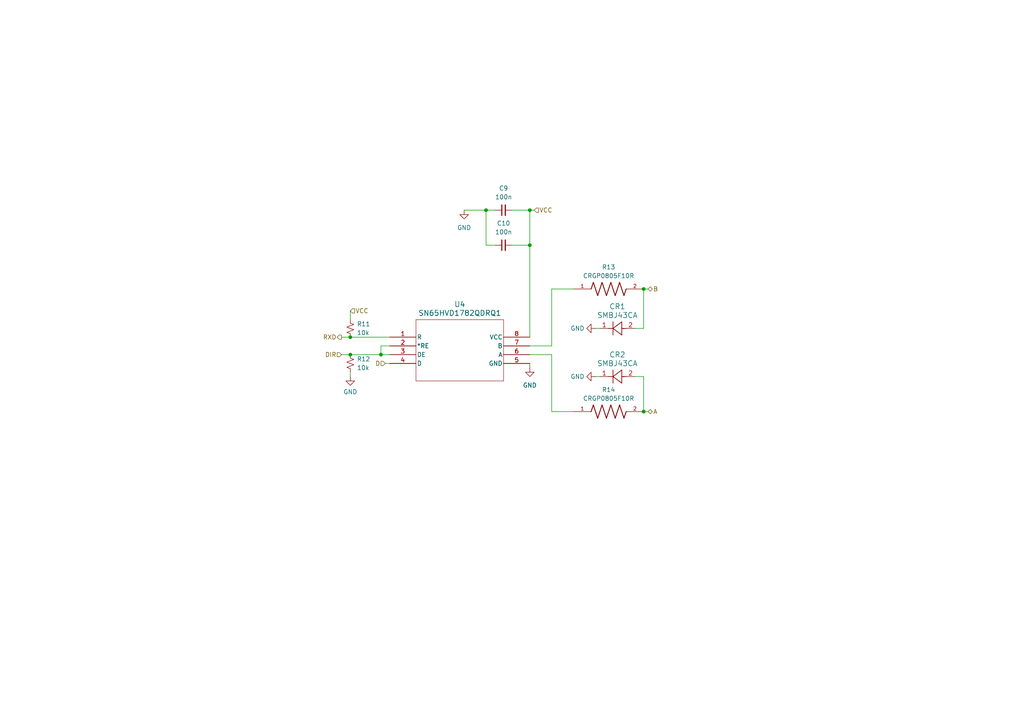
<source format=kicad_sch>
(kicad_sch (version 20250114) (generator "eeschema") (generator_version "9.0")
  (paper "A4")
  (title_block (title "HEDGE-2 OBC") (date "2025-09-08") (rev "V1.0") (company "University of Virginia") (comment 1 "Department of Mechanical and Aerospace Engineering"))
  (lib_symbols
    (symbol "CRGP0805F10R:CRGP0805F10R" (pin_names (offset 1.016))
      (property "Reference" "R" (at -7.6244 2.5415 0))
      (property "Value" "CRGP0805F10R" (at -7.63 -5.0866 0))
      (symbol "CRGP0805F10R_0_0"
        (polyline (pts (xy -5.08 0) (xy -4.445 1.905)) (stroke (width 0.254)))
        (polyline (pts (xy -4.445 1.905) (xy -3.175 -1.905)) (stroke (width 0.254)))
        (polyline (pts (xy -3.175 -1.905) (xy -1.905 1.905)) (stroke (width 0.254)))
        (polyline (pts (xy -1.905 1.905) (xy -0.635 -1.905)) (stroke (width 0.254)))
        (polyline (pts (xy -0.635 -1.905) (xy 0.635 1.905)) (stroke (width 0.254)))
        (polyline (pts (xy 0.635 1.905) (xy 1.905 -1.905)) (stroke (width 0.254)))
        (polyline (pts (xy 1.905 -1.905) (xy 3.175 1.905)) (stroke (width 0.254)))
        (polyline (pts (xy 3.175 1.905) (xy 4.445 -1.905)) (stroke (width 0.254)))
        (polyline (pts (xy 4.445 -1.905) (xy 5.08 0)) (stroke (width 0.254)))
        (pin passive line (at -10.16 0 0) (length 5.08) (name "~") (number "1"))
        (pin passive line (at 10.16 0 180) (length 5.08) (name "~") (number "2"))
      )
    )
    (symbol "Device:C_Small" (pin_numbers (hide yes)) (pin_names (offset 0.254) (hide yes))
      (property "Reference" "C" (at 0.254 1.778 0))
      (property "Value" "C_Small" (at 0.254 -2.032 0))
      (symbol "C_Small_0_1"
        (polyline (pts (xy -1.524 0.508) (xy 1.524 0.508)) (stroke (width 0.3048)))
        (polyline (pts (xy -1.524 -0.508) (xy 1.524 -0.508)) (stroke (width 0.3302)))
      )
      (symbol "C_Small_1_1"
        (pin passive line (at 0 2.54 270) (length 2.032) (name "~") (number "1"))
        (pin passive line (at 0 -2.54 90) (length 2.032) (name "~") (number "2"))
      )
    )
    (symbol "Device:R_Small_US" (pin_numbers (hide yes)) (pin_names (offset 0.254) (hide yes))
      (property "Reference" "R" (at 0.762 0.508 0))
      (property "Value" "R_Small_US" (at 0.762 -1.016 0))
      (symbol "R_Small_US_1_1"
        (polyline (pts (xy 0 1.524) (xy 1.016 1.143) (xy 0 0.762) (xy -1.016 0.381) (xy 0 0)))
        (polyline (pts (xy 0 0) (xy 1.016 -0.381) (xy 0 -0.762) (xy -1.016 -1.143) (xy 0 -1.524)))
        (pin passive line (at 0 2.54 270) (length 1.016) (name "~") (number "1"))
        (pin passive line (at 0 -2.54 90) (length 1.016) (name "~") (number "2"))
      )
    )
    (symbol "SMBJSeries_LTF:SMBJ43CA" (pin_names (offset 0.254))
      (property "Reference" "CR" (at 5.08 4.445 0))
      (property "Value" "SMBJ43CA" (at 5.08 -3.81 0))
      (symbol "SMBJ43CA_1_1"
        (polyline (pts (xy 2.54 0) (xy 3.4798 0)) (stroke (width 0.2032)))
        (polyline (pts (xy 3.175 0) (xy 3.81 0)) (stroke (width 0.2032)))
        (polyline (pts (xy 3.81 1.905) (xy 3.81 -1.905)) (stroke (width 0.2032)))
        (polyline (pts (xy 3.81 -1.905) (xy 6.35 0)) (stroke (width 0.2032)))
        (polyline (pts (xy 6.35 0) (xy 3.81 1.905)) (stroke (width 0.2032)))
        (polyline (pts (xy 6.35 0) (xy 7.62 0)) (stroke (width 0.2032)))
        (polyline (pts (xy 6.35 -1.905) (xy 6.35 1.905)) (stroke (width 0.2032)))
        (pin unspecified line (at 0 0 0) (length 2.54) (name "") (number "2"))
        (pin unspecified line (at 10.16 0 180) (length 2.54) (name "") (number "1"))
      )
      (symbol "SMBJ43CA_1_2"
        (polyline (pts (xy -1.905 3.81) (xy 1.905 3.81)) (stroke (width 0.2032)))
        (polyline (pts (xy 0 6.35) (xy -1.905 3.81)) (stroke (width 0.2032)))
        (polyline (pts (xy 0 6.35) (xy 0 7.62)) (stroke (width 0.2032)))
        (polyline (pts (xy 0 3.175) (xy 0 3.81)) (stroke (width 0.2032)))
        (polyline (pts (xy 0 2.54) (xy 0 3.4798)) (stroke (width 0.2032)))
        (polyline (pts (xy 1.905 6.35) (xy -1.905 6.35)) (stroke (width 0.2032)))
        (polyline (pts (xy 1.905 3.81) (xy 0 6.35)) (stroke (width 0.2032)))
        (pin unspecified line (at 0 10.16 270) (length 2.54) (name "") (number "1"))
        (pin unspecified line (at 0 0 90) (length 2.54) (name "") (number "2"))
      )
    )
    (symbol "SN65HVD1782QDRQ1:SN65HVD1782QDRQ1" (pin_names (offset 0.254))
      (property "Reference" "U" (at 20.32 10.16 0))
      (property "Value" "SN65HVD1782QDRQ1" (at 20.32 7.62 0))
      (symbol "SN65HVD1782QDRQ1_0_1"
        (polyline (pts (xy 7.62 5.08) (xy 7.62 -12.7)) (stroke (width 0.127)))
        (polyline (pts (xy 7.62 -12.7) (xy 33.02 -12.7)) (stroke (width 0.127)))
        (polyline (pts (xy 33.02 5.08) (xy 7.62 5.08)) (stroke (width 0.127)))
        (polyline (pts (xy 33.02 -12.7) (xy 33.02 5.08)) (stroke (width 0.127)))
        (pin output line (at 0 0 0) (length 7.62) (name "R") (number "1"))
        (pin unspecified line (at 0 -2.54 0) (length 7.62) (name "*RE") (number "2"))
        (pin unspecified line (at 0 -5.08 0) (length 7.62) (name "DE") (number "3"))
        (pin input line (at 0 -7.62 0) (length 7.62) (name "D") (number "4"))
        (pin power_in line (at 40.64 0 180) (length 7.62) (name "VCC") (number "8"))
        (pin output line (at 40.64 -2.54 180) (length 7.62) (name "B") (number "7"))
        (pin output line (at 40.64 -5.08 180) (length 7.62) (name "A") (number "6"))
        (pin power_in line (at 40.64 -7.62 180) (length 7.62) (name "GND") (number "5"))
      )
    )
    (symbol "power:GND" (power) (pin_numbers (hide yes)) (pin_names (offset 0) (hide yes))
      (property "Value" "GND" (at 0 -3.81 0))
      (symbol "GND_0_1"
        (polyline (pts (xy 0 0) (xy 0 -1.27) (xy 1.27 -1.27) (xy 0 -2.54) (xy -1.27 -1.27) (xy 0 -1.27)))
      )
      (symbol "GND_1_1"
        (pin power_in line (at 0 0 270) (length 0) (name "~") (number "1"))
      )
    )
  )
  (junction (at 186.69 119.38))
  (junction (at 153.67 60.96))
  (junction (at 110.49 102.87))
  (junction (at 101.6 97.79))
  (junction (at 153.67 71.12))
  (junction (at 101.6 102.87))
  (junction (at 186.69 83.82))
  (junction (at 140.97 60.96))
  (wire (pts (xy 184.15 109.22) (xy 186.69 109.22)))
  (wire (pts (xy 186.69 119.38) (xy 187.96 119.38)))
  (wire (pts (xy 160.02 119.38) (xy 166.37 119.38)))
  (wire (pts (xy 160.02 102.87) (xy 160.02 119.38)))
  (wire (pts (xy 111.76 105.41) (xy 113.03 105.41)))
  (wire (pts (xy 172.72 95.25) (xy 173.99 95.25)))
  (wire (pts (xy 153.67 60.96) (xy 153.67 71.12)))
  (wire (pts (xy 148.59 71.12) (xy 153.67 71.12)))
  (wire (pts (xy 153.67 102.87) (xy 160.02 102.87)))
  (wire (pts (xy 110.49 102.87) (xy 113.03 102.87)))
  (wire (pts (xy 99.06 102.87) (xy 101.6 102.87)))
  (wire (pts (xy 160.02 100.33) (xy 160.02 83.82)))
  (wire (pts (xy 140.97 71.12) (xy 140.97 60.96)))
  (wire (pts (xy 101.6 107.95) (xy 101.6 109.22)))
  (wire (pts (xy 101.6 90.17) (xy 101.6 92.71)))
  (wire (pts (xy 143.51 71.12) (xy 140.97 71.12)))
  (wire (pts (xy 101.6 97.79) (xy 113.03 97.79)))
  (wire (pts (xy 99.06 97.79) (xy 101.6 97.79)))
  (wire (pts (xy 134.62 60.96) (xy 140.97 60.96)))
  (wire (pts (xy 148.59 60.96) (xy 153.67 60.96)))
  (wire (pts (xy 153.67 60.96) (xy 154.94 60.96)))
  (wire (pts (xy 140.97 60.96) (xy 143.51 60.96)))
  (wire (pts (xy 153.67 100.33) (xy 160.02 100.33)))
  (wire (pts (xy 186.69 83.82) (xy 187.96 83.82)))
  (wire (pts (xy 186.69 83.82) (xy 186.69 95.25)))
  (wire (pts (xy 101.6 102.87) (xy 110.49 102.87)))
  (wire (pts (xy 113.03 100.33) (xy 110.49 100.33)))
  (wire (pts (xy 153.67 71.12) (xy 153.67 97.79)))
  (wire (pts (xy 186.69 109.22) (xy 186.69 119.38)))
  (wire (pts (xy 153.67 105.41) (xy 153.67 106.68)))
  (wire (pts (xy 172.72 109.22) (xy 173.99 109.22)))
  (wire (pts (xy 160.02 83.82) (xy 166.37 83.82)))
  (wire (pts (xy 184.15 95.25) (xy 186.69 95.25)))
  (wire (pts (xy 110.49 100.33) (xy 110.49 102.87)))
  (hierarchical_label "DIR" (shape input) (at 99.06 102.87 180))
  (hierarchical_label "VCC" (shape input) (at 101.6 90.17 0))
  (hierarchical_label "A" (shape bidirectional) (at 187.96 119.38 0))
  (hierarchical_label "D" (shape input) (at 111.76 105.41 180))
  (hierarchical_label "B" (shape bidirectional) (at 187.96 83.82 0))
  (hierarchical_label "RXD" (shape output) (at 99.06 97.79 180))
  (hierarchical_label "VCC" (shape input) (at 154.94 60.96 0))
  (symbol (lib_id "SN65HVD1782QDRQ1:SN65HVD1782QDRQ1") (at 113.03 97.79 0) (unit 1)
    (property "Reference" "U4" (at 133.35 88.265 0) (effects (font (size 1.524 1.524))))
    (property "Value" "SN65HVD1782QDRQ1" (at 133.35 90.805 0) (effects (font (size 1.524 1.524))))
    (property "Footprint" "SN65HVD1782QDRQ1:D8_TEX" (effects (hide yes)))
    (property "Datasheet" "https://www.ti.com/lit/gpn/sn65hvd1782-q1" (effects (hide yes)))
    (property "DigiKey Part Number" "296-43745-1-ND" (effects (hide yes)))
    (instances (project "HEDGE2-OBC" (path "" (reference "U4") (unit 1)) (path "" (reference "U5") (unit 1))))
  )
  (symbol (lib_id "CRGP0805F10R:CRGP0805F10R") (at 176.53 119.38 0) (unit 1)
    (property "Reference" "R14" (at 176.53 113.03 0))
    (property "Value" "CRGP0805F10R" (at 176.53 115.57 0))
    (property "Footprint" "CRGP0805F10R:RESC2012X65N" (effects (hide yes)))
    (property "DigiKey Part Number" "A130453CT-ND" (effects (hide yes)))
    (instances (project "HEDGE2-OBC" (path "" (reference "R14") (unit 1)) (path "" (reference "R18") (unit 1))))
  )
  (symbol (lib_id "power:GND") (at 134.62 60.96 0) (mirror y) (unit 1)
    (property "Reference" "#PWR062" (effects (hide yes)))
    (property "Value" "GND" (at 134.62 66.04 0))
    (property "Description" "Power symbol creates a global label with name \"GND\" , ground" (effects (hide yes)))
    (instances (project "HEDGE2-OBC" (path "" (reference "#PWR062") (unit 1)) (path "" (reference "#PWR067") (unit 1))))
  )
  (symbol (lib_id "power:GND") (at 101.6 109.22 0) (unit 1)
    (property "Reference" "#PWR061" (effects (hide yes)))
    (property "Value" "GND" (at 101.6 113.665 0))
    (property "Description" "Power symbol creates a global label with name \"GND\" , ground" (effects (hide yes)))
    (instances (project "HEDGE2-OBC" (path "" (reference "#PWR061") (unit 1)) (path "" (reference "#PWR066") (unit 1))))
  )
  (symbol (lib_id "power:GND") (at 172.72 109.22 270) (unit 1)
    (property "Reference" "#PWR065" (effects (hide yes)))
    (property "Value" "GND" (at 169.545 109.2199 90) (effects (justify right)))
    (property "Description" "Power symbol creates a global label with name \"GND\" , ground" (effects (hide yes)))
    (instances (project "HEDGE2-OBC" (path "" (reference "#PWR065") (unit 1)) (path "" (reference "#PWR070") (unit 1))))
  )
  (symbol (lib_id "SMBJSeries_LTF:SMBJ43CA") (at 184.15 109.22 180) (unit 1)
    (property "Reference" "CR2" (at 179.07 102.87 0) (effects (font (size 1.524 1.524))))
    (property "Value" "SMBJ43CA" (at 179.07 105.41 0) (effects (font (size 1.524 1.524))))
    (property "Footprint" "SMBJ43CA:SMBJSeries_LTF" (effects (hide yes)))
    (property "Datasheet" "SMBJ43CA" (effects (hide yes)))
    (property "DigiKey Part Number" "SMBJ43CALFCT-ND" (effects (hide yes)))
    (instances (project "HEDGE2-OBC" (path "" (reference "CR2") (unit 1)) (path "" (reference "CR4") (unit 1))))
  )
  (symbol (lib_id "Device:R_Small_US") (at 101.6 105.41 0) (unit 1)
    (property "Reference" "R12" (at 103.505 104.1399 0) (effects (justify left)))
    (property "Value" "10k" (at 103.505 106.6799 0) (effects (justify left)))
    (property "Footprint" "Resistor_SMD:R_0805_2012Metric" (effects (hide yes)))
    (property "Description" "Resistor, small US symbol" (effects (hide yes)))
    (instances (project "HEDGE2-OBC" (path "" (reference "R12") (unit 1)) (path "" (reference "R16") (unit 1))))
  )
  (symbol (lib_id "Device:C_Small") (at 146.05 71.12 90) (unit 1)
    (property "Reference" "C10" (at 146.0563 64.77 90))
    (property "Value" "100n" (at 146.0563 67.31 90))
    (property "Footprint" "Capacitor_SMD:C_0805_2012Metric" (effects (hide yes)))
    (property "Description" "Unpolarized capacitor, small symbol" (effects (hide yes)))
    (instances (project "HEDGE2-OBC" (path "" (reference "C10") (unit 1)) (path "" (reference "C12") (unit 1))))
  )
  (symbol (lib_id "Device:C_Small") (at 146.05 60.96 90) (unit 1)
    (property "Reference" "C9" (at 146.0563 54.61 90))
    (property "Value" "100n" (at 146.0563 57.15 90))
    (property "Footprint" "Capacitor_SMD:C_0805_2012Metric" (effects (hide yes)))
    (property "Description" "Unpolarized capacitor, small symbol" (effects (hide yes)))
    (instances (project "HEDGE2-OBC" (path "" (reference "C9") (unit 1)) (path "" (reference "C11") (unit 1))))
  )
  (symbol (lib_id "Device:R_Small_US") (at 101.6 95.25 0) (unit 1)
    (property "Reference" "R11" (at 103.505 93.9799 0) (effects (justify left)))
    (property "Value" "10k" (at 103.505 96.5199 0) (effects (justify left)))
    (property "Footprint" "Resistor_SMD:R_0805_2012Metric" (effects (hide yes)))
    (property "Description" "Resistor, small US symbol" (effects (hide yes)))
    (instances (project "HEDGE2-OBC" (path "" (reference "R11") (unit 1)) (path "" (reference "R15") (unit 1))))
  )
  (symbol (lib_id "CRGP0805F10R:CRGP0805F10R") (at 176.53 83.82 0) (unit 1)
    (property "Reference" "R13" (at 176.53 77.47 0))
    (property "Value" "CRGP0805F10R" (at 176.53 80.01 0))
    (property "Footprint" "CRGP0805F10R:RESC2012X65N" (effects (hide yes)))
    (property "DigiKey Part Number" "A130453CT-ND" (effects (hide yes)))
    (instances (project "HEDGE2-OBC" (path "" (reference "R13") (unit 1)) (path "" (reference "R17") (unit 1))))
  )
  (symbol (lib_id "power:GND") (at 153.67 106.68 0) (unit 1)
    (property "Reference" "#PWR063" (effects (hide yes)))
    (property "Value" "GND" (at 153.67 111.76 0))
    (property "Description" "Power symbol creates a global label with name \"GND\" , ground" (effects (hide yes)))
    (instances (project "HEDGE2-OBC" (path "" (reference "#PWR063") (unit 1)) (path "" (reference "#PWR068") (unit 1))))
  )
  (symbol (lib_id "SMBJSeries_LTF:SMBJ43CA") (at 184.15 95.25 180) (unit 1)
    (property "Reference" "CR1" (at 179.07 88.9 0) (effects (font (size 1.524 1.524))))
    (property "Value" "SMBJ43CA" (at 179.07 91.44 0) (effects (font (size 1.524 1.524))))
    (property "Footprint" "SMBJ43CA:SMBJSeries_LTF" (effects (hide yes)))
    (property "Datasheet" "SMBJ43CA" (effects (hide yes)))
    (property "DigiKey Part Number" "SMBJ43CALFCT-ND" (effects (hide yes)))
    (instances (project "HEDGE2-OBC" (path "" (reference "CR1") (unit 1)) (path "" (reference "CR3") (unit 1))))
  )
  (symbol (lib_id "power:GND") (at 172.72 95.25 270) (unit 1)
    (property "Reference" "#PWR064" (effects (hide yes)))
    (property "Value" "GND" (at 169.545 95.2499 90) (effects (justify right)))
    (property "Description" "Power symbol creates a global label with name \"GND\" , ground" (effects (hide yes)))
    (instances (project "HEDGE2-OBC" (path "" (reference "#PWR064") (unit 1)) (path "" (reference "#PWR069") (unit 1))))
  )
)
</source>
